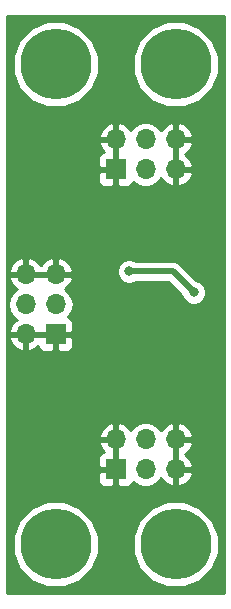
<source format=gbr>
G04 #@! TF.GenerationSoftware,KiCad,Pcbnew,(6.0.0-rc1-dev-205-gc0615c5ef)*
G04 #@! TF.CreationDate,2019-09-04T07:50:23+02:00*
G04 #@! TF.ProjectId,TPS65133_2,54505336353133335F322E6B69636164,v01*
G04 #@! TF.SameCoordinates,Original*
G04 #@! TF.FileFunction,Copper,L2,Bot,Signal*
G04 #@! TF.FilePolarity,Positive*
%FSLAX46Y46*%
G04 Gerber Fmt 4.6, Leading zero omitted, Abs format (unit mm)*
G04 Created by KiCad (PCBNEW (6.0.0-rc1-dev-205-gc0615c5ef)) date 09/04/19 07:50:23*
%MOMM*%
%LPD*%
G01*
G04 APERTURE LIST*
G04 #@! TA.AperFunction,ComponentPad*
%ADD10C,6.000000*%
G04 #@! TD*
G04 #@! TA.AperFunction,ComponentPad*
%ADD11R,1.700000X1.700000*%
G04 #@! TD*
G04 #@! TA.AperFunction,ComponentPad*
%ADD12O,1.700000X1.700000*%
G04 #@! TD*
G04 #@! TA.AperFunction,ViaPad*
%ADD13C,0.800000*%
G04 #@! TD*
G04 #@! TA.AperFunction,Conductor*
%ADD14C,0.500000*%
G04 #@! TD*
G04 #@! TA.AperFunction,Conductor*
%ADD15C,0.254000*%
G04 #@! TD*
G04 APERTURE END LIST*
D10*
G04 #@! TO.P,MH1,1*
G04 #@! TO.N,N/C*
X111760000Y-63500000D03*
G04 #@! TD*
G04 #@! TO.P,MH2,1*
G04 #@! TO.N,N/C*
X111760000Y-104140000D03*
G04 #@! TD*
G04 #@! TO.P,MH3,1*
G04 #@! TO.N,N/C*
X121920000Y-63500000D03*
G04 #@! TD*
G04 #@! TO.P,MH4,1*
G04 #@! TO.N,N/C*
X121920000Y-104140000D03*
G04 #@! TD*
D11*
G04 #@! TO.P,J1,1*
G04 #@! TO.N,GND*
X111760000Y-86360000D03*
D12*
G04 #@! TO.P,J1,2*
X109220000Y-86360000D03*
G04 #@! TO.P,J1,3*
G04 #@! TO.N,Net-(C1-Pad1)*
X111760000Y-83820000D03*
G04 #@! TO.P,J1,4*
X109220000Y-83820000D03*
G04 #@! TO.P,J1,5*
G04 #@! TO.N,GND*
X111760000Y-81280000D03*
G04 #@! TO.P,J1,6*
X109220000Y-81280000D03*
G04 #@! TD*
G04 #@! TO.P,J2,6*
G04 #@! TO.N,GND*
X121920000Y-95250000D03*
G04 #@! TO.P,J2,5*
X121920000Y-97790000D03*
G04 #@! TO.P,J2,4*
G04 #@! TO.N,Net-(C2-Pad1)*
X119380000Y-95250000D03*
G04 #@! TO.P,J2,3*
X119380000Y-97790000D03*
G04 #@! TO.P,J2,2*
G04 #@! TO.N,GND*
X116840000Y-95250000D03*
D11*
G04 #@! TO.P,J2,1*
X116840000Y-97790000D03*
G04 #@! TD*
G04 #@! TO.P,J3,1*
G04 #@! TO.N,GND*
X116840000Y-72390000D03*
D12*
G04 #@! TO.P,J3,2*
X116840000Y-69850000D03*
G04 #@! TO.P,J3,3*
G04 #@! TO.N,Net-(C4-Pad1)*
X119380000Y-72390000D03*
G04 #@! TO.P,J3,4*
X119380000Y-69850000D03*
G04 #@! TO.P,J3,5*
G04 #@! TO.N,GND*
X121920000Y-72390000D03*
G04 #@! TO.P,J3,6*
X121920000Y-69850000D03*
G04 #@! TD*
D13*
G04 #@! TO.N,GND*
X114554000Y-69088000D03*
X114554000Y-72898000D03*
X111760000Y-78994000D03*
X109220000Y-78994000D03*
X111760000Y-88646000D03*
X109220000Y-88646000D03*
X119817821Y-83950848D03*
X113284000Y-77216000D03*
X114554000Y-70866000D03*
X115570000Y-85852000D03*
X114554000Y-94742000D03*
X124206000Y-90170000D03*
X124206000Y-91948000D03*
X124206000Y-94742000D03*
X124206000Y-69088000D03*
X124206000Y-70866000D03*
X124206000Y-72898000D03*
X124206000Y-96520000D03*
X114554000Y-98298000D03*
X114554000Y-96520000D03*
X124206000Y-98298000D03*
X123444000Y-75438000D03*
X123444000Y-77470000D03*
G04 #@! TO.N,Net-(C1-Pad1)*
X123444000Y-82804000D03*
X117967973Y-81026000D03*
G04 #@! TD*
D14*
G04 #@! TO.N,Net-(C1-Pad1)*
X121666000Y-81026000D02*
X123444000Y-82804000D01*
X117967973Y-81026000D02*
X121666000Y-81026000D01*
G04 #@! TD*
D15*
G04 #@! TO.N,GND*
G36*
X126036001Y-98736070D02*
X126036000Y-98736075D01*
X126036001Y-108256000D01*
X107644000Y-108256000D01*
X107644000Y-103416954D01*
X108125000Y-103416954D01*
X108125000Y-104863046D01*
X108678396Y-106199062D01*
X109700938Y-107221604D01*
X111036954Y-107775000D01*
X112483046Y-107775000D01*
X113819062Y-107221604D01*
X114841604Y-106199062D01*
X115395000Y-104863046D01*
X115395000Y-103416954D01*
X118285000Y-103416954D01*
X118285000Y-104863046D01*
X118838396Y-106199062D01*
X119860938Y-107221604D01*
X121196954Y-107775000D01*
X122643046Y-107775000D01*
X123979062Y-107221604D01*
X125001604Y-106199062D01*
X125555000Y-104863046D01*
X125555000Y-103416954D01*
X125001604Y-102080938D01*
X123979062Y-101058396D01*
X122643046Y-100505000D01*
X121196954Y-100505000D01*
X119860938Y-101058396D01*
X118838396Y-102080938D01*
X118285000Y-103416954D01*
X115395000Y-103416954D01*
X114841604Y-102080938D01*
X113819062Y-101058396D01*
X112483046Y-100505000D01*
X111036954Y-100505000D01*
X109700938Y-101058396D01*
X108678396Y-102080938D01*
X108125000Y-103416954D01*
X107644000Y-103416954D01*
X107644000Y-98075750D01*
X115355000Y-98075750D01*
X115355000Y-98766309D01*
X115451673Y-98999698D01*
X115630301Y-99178327D01*
X115863690Y-99275000D01*
X116554250Y-99275000D01*
X116713000Y-99116250D01*
X116713000Y-97917000D01*
X115513750Y-97917000D01*
X115355000Y-98075750D01*
X107644000Y-98075750D01*
X107644000Y-96813691D01*
X115355000Y-96813691D01*
X115355000Y-97504250D01*
X115513750Y-97663000D01*
X116713000Y-97663000D01*
X116713000Y-95377000D01*
X115519181Y-95377000D01*
X115398514Y-95606892D01*
X115644817Y-96131358D01*
X115844208Y-96313070D01*
X115630301Y-96401673D01*
X115451673Y-96580302D01*
X115355000Y-96813691D01*
X107644000Y-96813691D01*
X107644000Y-94893108D01*
X115398514Y-94893108D01*
X115519181Y-95123000D01*
X116713000Y-95123000D01*
X116713000Y-93929845D01*
X116967000Y-93929845D01*
X116967000Y-95123000D01*
X116987000Y-95123000D01*
X116987000Y-95377000D01*
X116967000Y-95377000D01*
X116967000Y-97663000D01*
X116987000Y-97663000D01*
X116987000Y-97917000D01*
X116967000Y-97917000D01*
X116967000Y-99116250D01*
X117125750Y-99275000D01*
X117816310Y-99275000D01*
X118049699Y-99178327D01*
X118228327Y-98999698D01*
X118294904Y-98838967D01*
X118309375Y-98860625D01*
X118800582Y-99188839D01*
X119233744Y-99275000D01*
X119526256Y-99275000D01*
X119959418Y-99188839D01*
X120450625Y-98860625D01*
X120663843Y-98541522D01*
X120724817Y-98671358D01*
X121153076Y-99061645D01*
X121563110Y-99231476D01*
X121793000Y-99110155D01*
X121793000Y-97917000D01*
X122047000Y-97917000D01*
X122047000Y-99110155D01*
X122276890Y-99231476D01*
X122686924Y-99061645D01*
X123115183Y-98671358D01*
X123361486Y-98146892D01*
X123240819Y-97917000D01*
X122047000Y-97917000D01*
X121793000Y-97917000D01*
X121773000Y-97917000D01*
X121773000Y-97663000D01*
X121793000Y-97663000D01*
X121793000Y-95377000D01*
X122047000Y-95377000D01*
X122047000Y-97663000D01*
X123240819Y-97663000D01*
X123361486Y-97433108D01*
X123115183Y-96908642D01*
X122688729Y-96520000D01*
X123115183Y-96131358D01*
X123361486Y-95606892D01*
X123240819Y-95377000D01*
X122047000Y-95377000D01*
X121793000Y-95377000D01*
X121773000Y-95377000D01*
X121773000Y-95123000D01*
X121793000Y-95123000D01*
X121793000Y-93929845D01*
X122047000Y-93929845D01*
X122047000Y-95123000D01*
X123240819Y-95123000D01*
X123361486Y-94893108D01*
X123115183Y-94368642D01*
X122686924Y-93978355D01*
X122276890Y-93808524D01*
X122047000Y-93929845D01*
X121793000Y-93929845D01*
X121563110Y-93808524D01*
X121153076Y-93978355D01*
X120724817Y-94368642D01*
X120663843Y-94498478D01*
X120450625Y-94179375D01*
X119959418Y-93851161D01*
X119526256Y-93765000D01*
X119233744Y-93765000D01*
X118800582Y-93851161D01*
X118309375Y-94179375D01*
X118096157Y-94498478D01*
X118035183Y-94368642D01*
X117606924Y-93978355D01*
X117196890Y-93808524D01*
X116967000Y-93929845D01*
X116713000Y-93929845D01*
X116483110Y-93808524D01*
X116073076Y-93978355D01*
X115644817Y-94368642D01*
X115398514Y-94893108D01*
X107644000Y-94893108D01*
X107644000Y-86716890D01*
X107778524Y-86716890D01*
X107948355Y-87126924D01*
X108338642Y-87555183D01*
X108863108Y-87801486D01*
X109093000Y-87680819D01*
X109093000Y-86487000D01*
X109347000Y-86487000D01*
X109347000Y-87680819D01*
X109576892Y-87801486D01*
X110101358Y-87555183D01*
X110283070Y-87355792D01*
X110371673Y-87569699D01*
X110550302Y-87748327D01*
X110783691Y-87845000D01*
X111474250Y-87845000D01*
X111633000Y-87686250D01*
X111633000Y-86487000D01*
X111887000Y-86487000D01*
X111887000Y-87686250D01*
X112045750Y-87845000D01*
X112736309Y-87845000D01*
X112969698Y-87748327D01*
X113148327Y-87569699D01*
X113245000Y-87336310D01*
X113245000Y-86645750D01*
X113086250Y-86487000D01*
X111887000Y-86487000D01*
X111633000Y-86487000D01*
X109347000Y-86487000D01*
X109093000Y-86487000D01*
X107899845Y-86487000D01*
X107778524Y-86716890D01*
X107644000Y-86716890D01*
X107644000Y-83820000D01*
X107705908Y-83820000D01*
X107821161Y-84399418D01*
X108149375Y-84890625D01*
X108468478Y-85103843D01*
X108338642Y-85164817D01*
X107948355Y-85593076D01*
X107778524Y-86003110D01*
X107899845Y-86233000D01*
X109093000Y-86233000D01*
X109093000Y-86213000D01*
X109347000Y-86213000D01*
X109347000Y-86233000D01*
X111633000Y-86233000D01*
X111633000Y-86213000D01*
X111887000Y-86213000D01*
X111887000Y-86233000D01*
X113086250Y-86233000D01*
X113245000Y-86074250D01*
X113245000Y-85383690D01*
X113148327Y-85150301D01*
X112969698Y-84971673D01*
X112808967Y-84905096D01*
X112830625Y-84890625D01*
X113158839Y-84399418D01*
X113274092Y-83820000D01*
X113158839Y-83240582D01*
X112830625Y-82749375D01*
X112511522Y-82536157D01*
X112641358Y-82475183D01*
X113031645Y-82046924D01*
X113201476Y-81636890D01*
X113080155Y-81407000D01*
X111887000Y-81407000D01*
X111887000Y-81427000D01*
X111633000Y-81427000D01*
X111633000Y-81407000D01*
X109347000Y-81407000D01*
X109347000Y-81427000D01*
X109093000Y-81427000D01*
X109093000Y-81407000D01*
X107899845Y-81407000D01*
X107778524Y-81636890D01*
X107948355Y-82046924D01*
X108338642Y-82475183D01*
X108468478Y-82536157D01*
X108149375Y-82749375D01*
X107821161Y-83240582D01*
X107705908Y-83820000D01*
X107644000Y-83820000D01*
X107644000Y-80923110D01*
X107778524Y-80923110D01*
X107899845Y-81153000D01*
X109093000Y-81153000D01*
X109093000Y-79959181D01*
X109347000Y-79959181D01*
X109347000Y-81153000D01*
X111633000Y-81153000D01*
X111633000Y-79959181D01*
X111887000Y-79959181D01*
X111887000Y-81153000D01*
X113080155Y-81153000D01*
X113201476Y-80923110D01*
X113158822Y-80820126D01*
X116932973Y-80820126D01*
X116932973Y-81231874D01*
X117090542Y-81612280D01*
X117381693Y-81903431D01*
X117762099Y-82061000D01*
X118173847Y-82061000D01*
X118535980Y-81911000D01*
X121299422Y-81911000D01*
X122416569Y-83028148D01*
X122566569Y-83390280D01*
X122857720Y-83681431D01*
X123238126Y-83839000D01*
X123649874Y-83839000D01*
X124030280Y-83681431D01*
X124321431Y-83390280D01*
X124479000Y-83009874D01*
X124479000Y-82598126D01*
X124321431Y-82217720D01*
X124030280Y-81926569D01*
X123668148Y-81776569D01*
X122353425Y-80461847D01*
X122304049Y-80387951D01*
X122011310Y-80192348D01*
X121753165Y-80141000D01*
X121753161Y-80141000D01*
X121666000Y-80123663D01*
X121578839Y-80141000D01*
X118535980Y-80141000D01*
X118173847Y-79991000D01*
X117762099Y-79991000D01*
X117381693Y-80148569D01*
X117090542Y-80439720D01*
X116932973Y-80820126D01*
X113158822Y-80820126D01*
X113031645Y-80513076D01*
X112641358Y-80084817D01*
X112116892Y-79838514D01*
X111887000Y-79959181D01*
X111633000Y-79959181D01*
X111403108Y-79838514D01*
X110878642Y-80084817D01*
X110490000Y-80511271D01*
X110101358Y-80084817D01*
X109576892Y-79838514D01*
X109347000Y-79959181D01*
X109093000Y-79959181D01*
X108863108Y-79838514D01*
X108338642Y-80084817D01*
X107948355Y-80513076D01*
X107778524Y-80923110D01*
X107644000Y-80923110D01*
X107644000Y-72675750D01*
X115355000Y-72675750D01*
X115355000Y-73366309D01*
X115451673Y-73599698D01*
X115630301Y-73778327D01*
X115863690Y-73875000D01*
X116554250Y-73875000D01*
X116713000Y-73716250D01*
X116713000Y-72517000D01*
X115513750Y-72517000D01*
X115355000Y-72675750D01*
X107644000Y-72675750D01*
X107644000Y-71413691D01*
X115355000Y-71413691D01*
X115355000Y-72104250D01*
X115513750Y-72263000D01*
X116713000Y-72263000D01*
X116713000Y-69977000D01*
X115519181Y-69977000D01*
X115398514Y-70206892D01*
X115644817Y-70731358D01*
X115844208Y-70913070D01*
X115630301Y-71001673D01*
X115451673Y-71180302D01*
X115355000Y-71413691D01*
X107644000Y-71413691D01*
X107644000Y-69493108D01*
X115398514Y-69493108D01*
X115519181Y-69723000D01*
X116713000Y-69723000D01*
X116713000Y-68529845D01*
X116967000Y-68529845D01*
X116967000Y-69723000D01*
X116987000Y-69723000D01*
X116987000Y-69977000D01*
X116967000Y-69977000D01*
X116967000Y-72263000D01*
X116987000Y-72263000D01*
X116987000Y-72517000D01*
X116967000Y-72517000D01*
X116967000Y-73716250D01*
X117125750Y-73875000D01*
X117816310Y-73875000D01*
X118049699Y-73778327D01*
X118228327Y-73599698D01*
X118294904Y-73438967D01*
X118309375Y-73460625D01*
X118800582Y-73788839D01*
X119233744Y-73875000D01*
X119526256Y-73875000D01*
X119959418Y-73788839D01*
X120450625Y-73460625D01*
X120663843Y-73141522D01*
X120724817Y-73271358D01*
X121153076Y-73661645D01*
X121563110Y-73831476D01*
X121793000Y-73710155D01*
X121793000Y-72517000D01*
X122047000Y-72517000D01*
X122047000Y-73710155D01*
X122276890Y-73831476D01*
X122686924Y-73661645D01*
X123115183Y-73271358D01*
X123361486Y-72746892D01*
X123240819Y-72517000D01*
X122047000Y-72517000D01*
X121793000Y-72517000D01*
X121773000Y-72517000D01*
X121773000Y-72263000D01*
X121793000Y-72263000D01*
X121793000Y-69977000D01*
X122047000Y-69977000D01*
X122047000Y-72263000D01*
X123240819Y-72263000D01*
X123361486Y-72033108D01*
X123115183Y-71508642D01*
X122688729Y-71120000D01*
X123115183Y-70731358D01*
X123361486Y-70206892D01*
X123240819Y-69977000D01*
X122047000Y-69977000D01*
X121793000Y-69977000D01*
X121773000Y-69977000D01*
X121773000Y-69723000D01*
X121793000Y-69723000D01*
X121793000Y-68529845D01*
X122047000Y-68529845D01*
X122047000Y-69723000D01*
X123240819Y-69723000D01*
X123361486Y-69493108D01*
X123115183Y-68968642D01*
X122686924Y-68578355D01*
X122276890Y-68408524D01*
X122047000Y-68529845D01*
X121793000Y-68529845D01*
X121563110Y-68408524D01*
X121153076Y-68578355D01*
X120724817Y-68968642D01*
X120663843Y-69098478D01*
X120450625Y-68779375D01*
X119959418Y-68451161D01*
X119526256Y-68365000D01*
X119233744Y-68365000D01*
X118800582Y-68451161D01*
X118309375Y-68779375D01*
X118096157Y-69098478D01*
X118035183Y-68968642D01*
X117606924Y-68578355D01*
X117196890Y-68408524D01*
X116967000Y-68529845D01*
X116713000Y-68529845D01*
X116483110Y-68408524D01*
X116073076Y-68578355D01*
X115644817Y-68968642D01*
X115398514Y-69493108D01*
X107644000Y-69493108D01*
X107644000Y-62776954D01*
X108125000Y-62776954D01*
X108125000Y-64223046D01*
X108678396Y-65559062D01*
X109700938Y-66581604D01*
X111036954Y-67135000D01*
X112483046Y-67135000D01*
X113819062Y-66581604D01*
X114841604Y-65559062D01*
X115395000Y-64223046D01*
X115395000Y-62776954D01*
X118285000Y-62776954D01*
X118285000Y-64223046D01*
X118838396Y-65559062D01*
X119860938Y-66581604D01*
X121196954Y-67135000D01*
X122643046Y-67135000D01*
X123979062Y-66581604D01*
X125001604Y-65559062D01*
X125555000Y-64223046D01*
X125555000Y-62776954D01*
X125001604Y-61440938D01*
X123979062Y-60418396D01*
X122643046Y-59865000D01*
X121196954Y-59865000D01*
X119860938Y-60418396D01*
X118838396Y-61440938D01*
X118285000Y-62776954D01*
X115395000Y-62776954D01*
X114841604Y-61440938D01*
X113819062Y-60418396D01*
X112483046Y-59865000D01*
X111036954Y-59865000D01*
X109700938Y-60418396D01*
X108678396Y-61440938D01*
X108125000Y-62776954D01*
X107644000Y-62776954D01*
X107644000Y-59384000D01*
X126036000Y-59384000D01*
X126036001Y-98736070D01*
X126036001Y-98736070D01*
G37*
X126036001Y-98736070D02*
X126036000Y-98736075D01*
X126036001Y-108256000D01*
X107644000Y-108256000D01*
X107644000Y-103416954D01*
X108125000Y-103416954D01*
X108125000Y-104863046D01*
X108678396Y-106199062D01*
X109700938Y-107221604D01*
X111036954Y-107775000D01*
X112483046Y-107775000D01*
X113819062Y-107221604D01*
X114841604Y-106199062D01*
X115395000Y-104863046D01*
X115395000Y-103416954D01*
X118285000Y-103416954D01*
X118285000Y-104863046D01*
X118838396Y-106199062D01*
X119860938Y-107221604D01*
X121196954Y-107775000D01*
X122643046Y-107775000D01*
X123979062Y-107221604D01*
X125001604Y-106199062D01*
X125555000Y-104863046D01*
X125555000Y-103416954D01*
X125001604Y-102080938D01*
X123979062Y-101058396D01*
X122643046Y-100505000D01*
X121196954Y-100505000D01*
X119860938Y-101058396D01*
X118838396Y-102080938D01*
X118285000Y-103416954D01*
X115395000Y-103416954D01*
X114841604Y-102080938D01*
X113819062Y-101058396D01*
X112483046Y-100505000D01*
X111036954Y-100505000D01*
X109700938Y-101058396D01*
X108678396Y-102080938D01*
X108125000Y-103416954D01*
X107644000Y-103416954D01*
X107644000Y-98075750D01*
X115355000Y-98075750D01*
X115355000Y-98766309D01*
X115451673Y-98999698D01*
X115630301Y-99178327D01*
X115863690Y-99275000D01*
X116554250Y-99275000D01*
X116713000Y-99116250D01*
X116713000Y-97917000D01*
X115513750Y-97917000D01*
X115355000Y-98075750D01*
X107644000Y-98075750D01*
X107644000Y-96813691D01*
X115355000Y-96813691D01*
X115355000Y-97504250D01*
X115513750Y-97663000D01*
X116713000Y-97663000D01*
X116713000Y-95377000D01*
X115519181Y-95377000D01*
X115398514Y-95606892D01*
X115644817Y-96131358D01*
X115844208Y-96313070D01*
X115630301Y-96401673D01*
X115451673Y-96580302D01*
X115355000Y-96813691D01*
X107644000Y-96813691D01*
X107644000Y-94893108D01*
X115398514Y-94893108D01*
X115519181Y-95123000D01*
X116713000Y-95123000D01*
X116713000Y-93929845D01*
X116967000Y-93929845D01*
X116967000Y-95123000D01*
X116987000Y-95123000D01*
X116987000Y-95377000D01*
X116967000Y-95377000D01*
X116967000Y-97663000D01*
X116987000Y-97663000D01*
X116987000Y-97917000D01*
X116967000Y-97917000D01*
X116967000Y-99116250D01*
X117125750Y-99275000D01*
X117816310Y-99275000D01*
X118049699Y-99178327D01*
X118228327Y-98999698D01*
X118294904Y-98838967D01*
X118309375Y-98860625D01*
X118800582Y-99188839D01*
X119233744Y-99275000D01*
X119526256Y-99275000D01*
X119959418Y-99188839D01*
X120450625Y-98860625D01*
X120663843Y-98541522D01*
X120724817Y-98671358D01*
X121153076Y-99061645D01*
X121563110Y-99231476D01*
X121793000Y-99110155D01*
X121793000Y-97917000D01*
X122047000Y-97917000D01*
X122047000Y-99110155D01*
X122276890Y-99231476D01*
X122686924Y-99061645D01*
X123115183Y-98671358D01*
X123361486Y-98146892D01*
X123240819Y-97917000D01*
X122047000Y-97917000D01*
X121793000Y-97917000D01*
X121773000Y-97917000D01*
X121773000Y-97663000D01*
X121793000Y-97663000D01*
X121793000Y-95377000D01*
X122047000Y-95377000D01*
X122047000Y-97663000D01*
X123240819Y-97663000D01*
X123361486Y-97433108D01*
X123115183Y-96908642D01*
X122688729Y-96520000D01*
X123115183Y-96131358D01*
X123361486Y-95606892D01*
X123240819Y-95377000D01*
X122047000Y-95377000D01*
X121793000Y-95377000D01*
X121773000Y-95377000D01*
X121773000Y-95123000D01*
X121793000Y-95123000D01*
X121793000Y-93929845D01*
X122047000Y-93929845D01*
X122047000Y-95123000D01*
X123240819Y-95123000D01*
X123361486Y-94893108D01*
X123115183Y-94368642D01*
X122686924Y-93978355D01*
X122276890Y-93808524D01*
X122047000Y-93929845D01*
X121793000Y-93929845D01*
X121563110Y-93808524D01*
X121153076Y-93978355D01*
X120724817Y-94368642D01*
X120663843Y-94498478D01*
X120450625Y-94179375D01*
X119959418Y-93851161D01*
X119526256Y-93765000D01*
X119233744Y-93765000D01*
X118800582Y-93851161D01*
X118309375Y-94179375D01*
X118096157Y-94498478D01*
X118035183Y-94368642D01*
X117606924Y-93978355D01*
X117196890Y-93808524D01*
X116967000Y-93929845D01*
X116713000Y-93929845D01*
X116483110Y-93808524D01*
X116073076Y-93978355D01*
X115644817Y-94368642D01*
X115398514Y-94893108D01*
X107644000Y-94893108D01*
X107644000Y-86716890D01*
X107778524Y-86716890D01*
X107948355Y-87126924D01*
X108338642Y-87555183D01*
X108863108Y-87801486D01*
X109093000Y-87680819D01*
X109093000Y-86487000D01*
X109347000Y-86487000D01*
X109347000Y-87680819D01*
X109576892Y-87801486D01*
X110101358Y-87555183D01*
X110283070Y-87355792D01*
X110371673Y-87569699D01*
X110550302Y-87748327D01*
X110783691Y-87845000D01*
X111474250Y-87845000D01*
X111633000Y-87686250D01*
X111633000Y-86487000D01*
X111887000Y-86487000D01*
X111887000Y-87686250D01*
X112045750Y-87845000D01*
X112736309Y-87845000D01*
X112969698Y-87748327D01*
X113148327Y-87569699D01*
X113245000Y-87336310D01*
X113245000Y-86645750D01*
X113086250Y-86487000D01*
X111887000Y-86487000D01*
X111633000Y-86487000D01*
X109347000Y-86487000D01*
X109093000Y-86487000D01*
X107899845Y-86487000D01*
X107778524Y-86716890D01*
X107644000Y-86716890D01*
X107644000Y-83820000D01*
X107705908Y-83820000D01*
X107821161Y-84399418D01*
X108149375Y-84890625D01*
X108468478Y-85103843D01*
X108338642Y-85164817D01*
X107948355Y-85593076D01*
X107778524Y-86003110D01*
X107899845Y-86233000D01*
X109093000Y-86233000D01*
X109093000Y-86213000D01*
X109347000Y-86213000D01*
X109347000Y-86233000D01*
X111633000Y-86233000D01*
X111633000Y-86213000D01*
X111887000Y-86213000D01*
X111887000Y-86233000D01*
X113086250Y-86233000D01*
X113245000Y-86074250D01*
X113245000Y-85383690D01*
X113148327Y-85150301D01*
X112969698Y-84971673D01*
X112808967Y-84905096D01*
X112830625Y-84890625D01*
X113158839Y-84399418D01*
X113274092Y-83820000D01*
X113158839Y-83240582D01*
X112830625Y-82749375D01*
X112511522Y-82536157D01*
X112641358Y-82475183D01*
X113031645Y-82046924D01*
X113201476Y-81636890D01*
X113080155Y-81407000D01*
X111887000Y-81407000D01*
X111887000Y-81427000D01*
X111633000Y-81427000D01*
X111633000Y-81407000D01*
X109347000Y-81407000D01*
X109347000Y-81427000D01*
X109093000Y-81427000D01*
X109093000Y-81407000D01*
X107899845Y-81407000D01*
X107778524Y-81636890D01*
X107948355Y-82046924D01*
X108338642Y-82475183D01*
X108468478Y-82536157D01*
X108149375Y-82749375D01*
X107821161Y-83240582D01*
X107705908Y-83820000D01*
X107644000Y-83820000D01*
X107644000Y-80923110D01*
X107778524Y-80923110D01*
X107899845Y-81153000D01*
X109093000Y-81153000D01*
X109093000Y-79959181D01*
X109347000Y-79959181D01*
X109347000Y-81153000D01*
X111633000Y-81153000D01*
X111633000Y-79959181D01*
X111887000Y-79959181D01*
X111887000Y-81153000D01*
X113080155Y-81153000D01*
X113201476Y-80923110D01*
X113158822Y-80820126D01*
X116932973Y-80820126D01*
X116932973Y-81231874D01*
X117090542Y-81612280D01*
X117381693Y-81903431D01*
X117762099Y-82061000D01*
X118173847Y-82061000D01*
X118535980Y-81911000D01*
X121299422Y-81911000D01*
X122416569Y-83028148D01*
X122566569Y-83390280D01*
X122857720Y-83681431D01*
X123238126Y-83839000D01*
X123649874Y-83839000D01*
X124030280Y-83681431D01*
X124321431Y-83390280D01*
X124479000Y-83009874D01*
X124479000Y-82598126D01*
X124321431Y-82217720D01*
X124030280Y-81926569D01*
X123668148Y-81776569D01*
X122353425Y-80461847D01*
X122304049Y-80387951D01*
X122011310Y-80192348D01*
X121753165Y-80141000D01*
X121753161Y-80141000D01*
X121666000Y-80123663D01*
X121578839Y-80141000D01*
X118535980Y-80141000D01*
X118173847Y-79991000D01*
X117762099Y-79991000D01*
X117381693Y-80148569D01*
X117090542Y-80439720D01*
X116932973Y-80820126D01*
X113158822Y-80820126D01*
X113031645Y-80513076D01*
X112641358Y-80084817D01*
X112116892Y-79838514D01*
X111887000Y-79959181D01*
X111633000Y-79959181D01*
X111403108Y-79838514D01*
X110878642Y-80084817D01*
X110490000Y-80511271D01*
X110101358Y-80084817D01*
X109576892Y-79838514D01*
X109347000Y-79959181D01*
X109093000Y-79959181D01*
X108863108Y-79838514D01*
X108338642Y-80084817D01*
X107948355Y-80513076D01*
X107778524Y-80923110D01*
X107644000Y-80923110D01*
X107644000Y-72675750D01*
X115355000Y-72675750D01*
X115355000Y-73366309D01*
X115451673Y-73599698D01*
X115630301Y-73778327D01*
X115863690Y-73875000D01*
X116554250Y-73875000D01*
X116713000Y-73716250D01*
X116713000Y-72517000D01*
X115513750Y-72517000D01*
X115355000Y-72675750D01*
X107644000Y-72675750D01*
X107644000Y-71413691D01*
X115355000Y-71413691D01*
X115355000Y-72104250D01*
X115513750Y-72263000D01*
X116713000Y-72263000D01*
X116713000Y-69977000D01*
X115519181Y-69977000D01*
X115398514Y-70206892D01*
X115644817Y-70731358D01*
X115844208Y-70913070D01*
X115630301Y-71001673D01*
X115451673Y-71180302D01*
X115355000Y-71413691D01*
X107644000Y-71413691D01*
X107644000Y-69493108D01*
X115398514Y-69493108D01*
X115519181Y-69723000D01*
X116713000Y-69723000D01*
X116713000Y-68529845D01*
X116967000Y-68529845D01*
X116967000Y-69723000D01*
X116987000Y-69723000D01*
X116987000Y-69977000D01*
X116967000Y-69977000D01*
X116967000Y-72263000D01*
X116987000Y-72263000D01*
X116987000Y-72517000D01*
X116967000Y-72517000D01*
X116967000Y-73716250D01*
X117125750Y-73875000D01*
X117816310Y-73875000D01*
X118049699Y-73778327D01*
X118228327Y-73599698D01*
X118294904Y-73438967D01*
X118309375Y-73460625D01*
X118800582Y-73788839D01*
X119233744Y-73875000D01*
X119526256Y-73875000D01*
X119959418Y-73788839D01*
X120450625Y-73460625D01*
X120663843Y-73141522D01*
X120724817Y-73271358D01*
X121153076Y-73661645D01*
X121563110Y-73831476D01*
X121793000Y-73710155D01*
X121793000Y-72517000D01*
X122047000Y-72517000D01*
X122047000Y-73710155D01*
X122276890Y-73831476D01*
X122686924Y-73661645D01*
X123115183Y-73271358D01*
X123361486Y-72746892D01*
X123240819Y-72517000D01*
X122047000Y-72517000D01*
X121793000Y-72517000D01*
X121773000Y-72517000D01*
X121773000Y-72263000D01*
X121793000Y-72263000D01*
X121793000Y-69977000D01*
X122047000Y-69977000D01*
X122047000Y-72263000D01*
X123240819Y-72263000D01*
X123361486Y-72033108D01*
X123115183Y-71508642D01*
X122688729Y-71120000D01*
X123115183Y-70731358D01*
X123361486Y-70206892D01*
X123240819Y-69977000D01*
X122047000Y-69977000D01*
X121793000Y-69977000D01*
X121773000Y-69977000D01*
X121773000Y-69723000D01*
X121793000Y-69723000D01*
X121793000Y-68529845D01*
X122047000Y-68529845D01*
X122047000Y-69723000D01*
X123240819Y-69723000D01*
X123361486Y-69493108D01*
X123115183Y-68968642D01*
X122686924Y-68578355D01*
X122276890Y-68408524D01*
X122047000Y-68529845D01*
X121793000Y-68529845D01*
X121563110Y-68408524D01*
X121153076Y-68578355D01*
X120724817Y-68968642D01*
X120663843Y-69098478D01*
X120450625Y-68779375D01*
X119959418Y-68451161D01*
X119526256Y-68365000D01*
X119233744Y-68365000D01*
X118800582Y-68451161D01*
X118309375Y-68779375D01*
X118096157Y-69098478D01*
X118035183Y-68968642D01*
X117606924Y-68578355D01*
X117196890Y-68408524D01*
X116967000Y-68529845D01*
X116713000Y-68529845D01*
X116483110Y-68408524D01*
X116073076Y-68578355D01*
X115644817Y-68968642D01*
X115398514Y-69493108D01*
X107644000Y-69493108D01*
X107644000Y-62776954D01*
X108125000Y-62776954D01*
X108125000Y-64223046D01*
X108678396Y-65559062D01*
X109700938Y-66581604D01*
X111036954Y-67135000D01*
X112483046Y-67135000D01*
X113819062Y-66581604D01*
X114841604Y-65559062D01*
X115395000Y-64223046D01*
X115395000Y-62776954D01*
X118285000Y-62776954D01*
X118285000Y-64223046D01*
X118838396Y-65559062D01*
X119860938Y-66581604D01*
X121196954Y-67135000D01*
X122643046Y-67135000D01*
X123979062Y-66581604D01*
X125001604Y-65559062D01*
X125555000Y-64223046D01*
X125555000Y-62776954D01*
X125001604Y-61440938D01*
X123979062Y-60418396D01*
X122643046Y-59865000D01*
X121196954Y-59865000D01*
X119860938Y-60418396D01*
X118838396Y-61440938D01*
X118285000Y-62776954D01*
X115395000Y-62776954D01*
X114841604Y-61440938D01*
X113819062Y-60418396D01*
X112483046Y-59865000D01*
X111036954Y-59865000D01*
X109700938Y-60418396D01*
X108678396Y-61440938D01*
X108125000Y-62776954D01*
X107644000Y-62776954D01*
X107644000Y-59384000D01*
X126036000Y-59384000D01*
X126036001Y-98736070D01*
G04 #@! TD*
M02*

</source>
